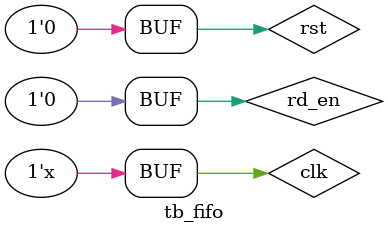
<source format=v>
module tb_fifo#(
	)();
reg clk=0;

	parameter WIDTH       = 8;
	parameter DEPTH_WIDTH = 8;
	reg                 rst;
	wire                 full;
	reg                 wr_en;
	reg      [WIDTH-1:0] din;
	wire                 empty;
	reg                 rd_en;
	wire     [WIDTH-1:0] dout;
	wire [DEPTH_WIDTH:0] count;

always #2 clk=~clk;
initial
	begin
		rst=1'b1;
		#100
		rst=1'b0;

		wr_en=1'b1;
		#30 wr_en=1'b0;
		#10 wr_en=1'b1;
		#100 wr_en=1'b0;

	end
always @(posedge clk or posedge rst) begin
	if (rst) begin
		// reset
		din<=8'b1;
		wr_en<=1'b0;
	end
	else  begin
		wr_en<=1'b1;
		din<=din+1'b1;
	end
end
initial
	begin
			rd_en=1'b0;
		#30 rd_en=1'b1;
		#50 rd_en=1'b0;
		#40 rd_en=1'b1;
		#31 rd_en=1'b0;
	end
	fifo #(
			.WIDTH(WIDTH),
			.DEPTH_WIDTH(DEPTH_WIDTH)
		) inst_fifo (
			.clk   (clk),
			.rst   (rst),
			.full  (full),
			.wr_en (wr_en),
			.din   (din),
			.empty (empty),
			.rd_en (rd_en),
			.dout  (dout),
			.count (count)
		);
endmodule
</source>
